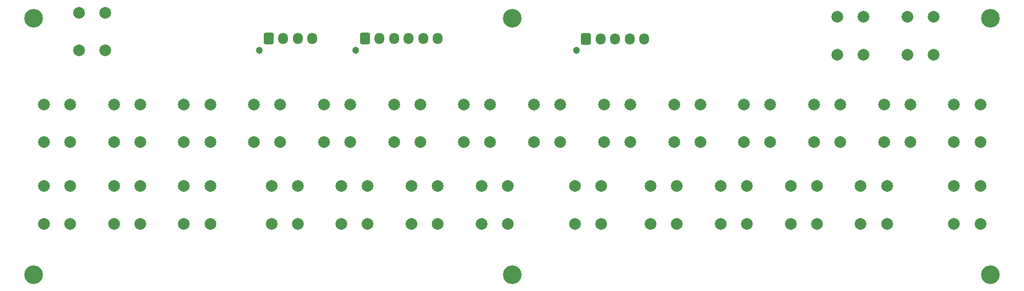
<source format=gbr>
%TF.GenerationSoftware,KiCad,Pcbnew,(6.0.8)*%
%TF.CreationDate,2022-12-29T22:24:49+02:00*%
%TF.ProjectId,mahjong_control_panel_small_with_service,6d61686a-6f6e-4675-9f63-6f6e74726f6c,rev?*%
%TF.SameCoordinates,Original*%
%TF.FileFunction,Soldermask,Bot*%
%TF.FilePolarity,Negative*%
%FSLAX46Y46*%
G04 Gerber Fmt 4.6, Leading zero omitted, Abs format (unit mm)*
G04 Created by KiCad (PCBNEW (6.0.8)) date 2022-12-29 22:24:49*
%MOMM*%
%LPD*%
G01*
G04 APERTURE LIST*
G04 Aperture macros list*
%AMRoundRect*
0 Rectangle with rounded corners*
0 $1 Rounding radius*
0 $2 $3 $4 $5 $6 $7 $8 $9 X,Y pos of 4 corners*
0 Add a 4 corners polygon primitive as box body*
4,1,4,$2,$3,$4,$5,$6,$7,$8,$9,$2,$3,0*
0 Add four circle primitives for the rounded corners*
1,1,$1+$1,$2,$3*
1,1,$1+$1,$4,$5*
1,1,$1+$1,$6,$7*
1,1,$1+$1,$8,$9*
0 Add four rect primitives between the rounded corners*
20,1,$1+$1,$2,$3,$4,$5,0*
20,1,$1+$1,$4,$5,$6,$7,0*
20,1,$1+$1,$6,$7,$8,$9,0*
20,1,$1+$1,$8,$9,$2,$3,0*%
G04 Aperture macros list end*
%ADD10C,2.000000*%
%ADD11C,3.200000*%
%ADD12C,1.200000*%
%ADD13RoundRect,0.250000X-0.600000X-0.725000X0.600000X-0.725000X0.600000X0.725000X-0.600000X0.725000X0*%
%ADD14O,1.700000X1.950000*%
G04 APERTURE END LIST*
D10*
%TO.C,LAST*%
X118750000Y-63250000D03*
X118750000Y-56750000D03*
X123250000Y-56750000D03*
X123250000Y-63250000D03*
%TD*%
%TO.C,G*%
X99750000Y-42750000D03*
X99750000Y-49250000D03*
X104250000Y-42750000D03*
X104250000Y-49250000D03*
%TD*%
D11*
%TO.C,REF\u002A\u002A*%
X26000000Y-72000000D03*
%TD*%
D10*
%TO.C,WUP*%
X78750000Y-63250000D03*
X78750000Y-56750000D03*
X83250000Y-56750000D03*
X83250000Y-63250000D03*
%TD*%
D11*
%TO.C,REF\u002A\u002A*%
X108000000Y-28000000D03*
%TD*%
D10*
%TO.C,RON*%
X183750000Y-63250000D03*
X183750000Y-56750000D03*
X188250000Y-56750000D03*
X188250000Y-63250000D03*
%TD*%
%TO.C,A*%
X27750000Y-49250000D03*
X27750000Y-42750000D03*
X32250000Y-49250000D03*
X32250000Y-42750000D03*
%TD*%
%TO.C,BIG*%
X90750000Y-56750000D03*
X90750000Y-63250000D03*
X95250000Y-63250000D03*
X95250000Y-56750000D03*
%TD*%
%TO.C,H*%
X111750000Y-49250000D03*
X111750000Y-42750000D03*
X116250000Y-42750000D03*
X116250000Y-49250000D03*
%TD*%
%TO.C,F.F.*%
X27750000Y-56750000D03*
X27750000Y-63250000D03*
X32250000Y-56750000D03*
X32250000Y-63250000D03*
%TD*%
D12*
%TO.C,J_3*%
X64650000Y-33475000D03*
D13*
X66250000Y-31475000D03*
D14*
X68750000Y-31475000D03*
X71250000Y-31475000D03*
X73750000Y-31475000D03*
%TD*%
D10*
%TO.C,M*%
X171750000Y-42750000D03*
X171750000Y-49250000D03*
X176250000Y-42750000D03*
X176250000Y-49250000D03*
%TD*%
%TO.C,TEST*%
X163750000Y-34250000D03*
X163750000Y-27750000D03*
X168250000Y-27750000D03*
X168250000Y-34250000D03*
%TD*%
%TO.C,SERVICE*%
X175750000Y-34250000D03*
X175750000Y-27750000D03*
X180250000Y-27750000D03*
X180250000Y-34250000D03*
%TD*%
%TO.C,CHI*%
X155750000Y-63250000D03*
X155750000Y-56750000D03*
X160250000Y-63250000D03*
X160250000Y-56750000D03*
%TD*%
%TO.C,D*%
X63750000Y-49250000D03*
X63750000Y-42750000D03*
X68250000Y-49250000D03*
X68250000Y-42750000D03*
%TD*%
%TO.C,K*%
X147750000Y-49250000D03*
X147750000Y-42750000D03*
X152250000Y-49250000D03*
X152250000Y-42750000D03*
%TD*%
%TO.C,B*%
X39750000Y-49250000D03*
X39750000Y-42750000D03*
X44250000Y-49250000D03*
X44250000Y-42750000D03*
%TD*%
%TO.C,N*%
X183750000Y-42750000D03*
X183750000Y-49250000D03*
X188250000Y-42750000D03*
X188250000Y-49250000D03*
%TD*%
D11*
%TO.C,REF\u002A\u002A*%
X190000000Y-28000000D03*
%TD*%
D10*
%TO.C,SMALL*%
X102750000Y-56750000D03*
X102750000Y-63250000D03*
X107250000Y-56750000D03*
X107250000Y-63250000D03*
%TD*%
%TO.C,START*%
X39750000Y-56750000D03*
X39750000Y-63250000D03*
X44250000Y-63250000D03*
X44250000Y-56750000D03*
%TD*%
%TO.C,PON*%
X143750000Y-63250000D03*
X143750000Y-56750000D03*
X148250000Y-63250000D03*
X148250000Y-56750000D03*
%TD*%
D12*
%TO.C,KEY*%
X81150000Y-33475000D03*
D13*
X82750000Y-31475000D03*
D14*
X85250000Y-31475000D03*
X87750000Y-31475000D03*
X90250000Y-31475000D03*
X92750000Y-31475000D03*
X95250000Y-31475000D03*
%TD*%
D11*
%TO.C,REF\u002A\u002A*%
X108000000Y-72000000D03*
%TD*%
%TO.C,REF\u002A\u002A*%
X26000000Y-28000000D03*
%TD*%
D10*
%TO.C,TAKE*%
X66750000Y-63250000D03*
X66750000Y-56750000D03*
X71250000Y-63250000D03*
X71250000Y-56750000D03*
%TD*%
%TO.C,I*%
X123750000Y-42750000D03*
X123750000Y-49250000D03*
X128250000Y-49250000D03*
X128250000Y-42750000D03*
%TD*%
%TO.C,COIN*%
X33750000Y-33500000D03*
X33750000Y-27000000D03*
X38250000Y-27000000D03*
X38250000Y-33500000D03*
%TD*%
D12*
%TO.C,COM*%
X119050000Y-33500000D03*
D13*
X120650000Y-31500000D03*
D14*
X123150000Y-31500000D03*
X125650000Y-31500000D03*
X128150000Y-31500000D03*
X130650000Y-31500000D03*
%TD*%
D10*
%TO.C,BET*%
X51750000Y-63250000D03*
X51750000Y-56750000D03*
X56250000Y-63250000D03*
X56250000Y-56750000D03*
%TD*%
%TO.C,C*%
X51750000Y-42750000D03*
X51750000Y-49250000D03*
X56250000Y-42750000D03*
X56250000Y-49250000D03*
%TD*%
%TO.C,F*%
X87750000Y-49250000D03*
X87750000Y-42750000D03*
X92250000Y-49250000D03*
X92250000Y-42750000D03*
%TD*%
D11*
%TO.C,REF\u002A\u002A*%
X190000000Y-72000000D03*
%TD*%
D10*
%TO.C,E*%
X75750000Y-42750000D03*
X75750000Y-49250000D03*
X80250000Y-42750000D03*
X80250000Y-49250000D03*
%TD*%
%TO.C,J*%
X135750000Y-42750000D03*
X135750000Y-49250000D03*
X140250000Y-42750000D03*
X140250000Y-49250000D03*
%TD*%
%TO.C,KAN*%
X131750000Y-56750000D03*
X131750000Y-63250000D03*
X136250000Y-63250000D03*
X136250000Y-56750000D03*
%TD*%
%TO.C,RIICHI*%
X167750000Y-63250000D03*
X167750000Y-56750000D03*
X172250000Y-63250000D03*
X172250000Y-56750000D03*
%TD*%
%TO.C,L*%
X159750000Y-42750000D03*
X159750000Y-49250000D03*
X164250000Y-42750000D03*
X164250000Y-49250000D03*
%TD*%
M02*

</source>
